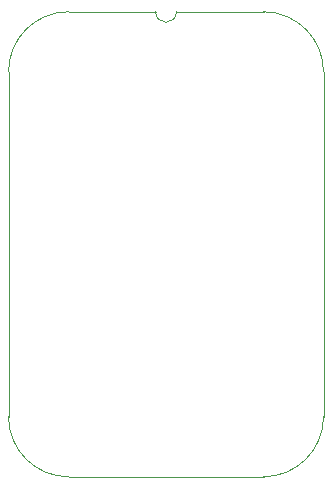
<source format=gm1>
%TF.GenerationSoftware,KiCad,Pcbnew,9.0.7*%
%TF.CreationDate,2026-01-31T13:31:12+02:00*%
%TF.ProjectId,HCP65 Board Presence,48435036-3520-4426-9f61-726420507265,V0*%
%TF.SameCoordinates,Original*%
%TF.FileFunction,Profile,NP*%
%FSLAX46Y46*%
G04 Gerber Fmt 4.6, Leading zero omitted, Abs format (unit mm)*
G04 Created by KiCad (PCBNEW 9.0.7) date 2026-01-31 13:31:12*
%MOMM*%
%LPD*%
G01*
G04 APERTURE LIST*
%TA.AperFunction,Profile*%
%ADD10C,0.100000*%
%TD*%
G04 APERTURE END LIST*
D10*
%TO.C,J1*%
X-1905000Y635000D02*
X-1905000Y-28575000D01*
X10541000Y5715000D02*
X3175000Y5715000D01*
X19685000Y5715000D02*
X12319000Y5715000D01*
X19685000Y-33655000D02*
X3175000Y-33655000D01*
X24765000Y-28575000D02*
X24765000Y635000D01*
X-1905000Y635000D02*
G75*
G02*
X3175000Y5715000I5080002J-2D01*
G01*
X3175000Y-33655000D02*
G75*
G02*
X-1905000Y-28575000I0J5080000D01*
G01*
X12319000Y5715000D02*
G75*
G02*
X10541000Y5715000I-889000J0D01*
G01*
X19685000Y5715000D02*
G75*
G02*
X24765000Y635000I0J-5080000D01*
G01*
X24765000Y-28575000D02*
G75*
G02*
X19685000Y-33655000I-5080000J0D01*
G01*
%TD*%
M02*

</source>
